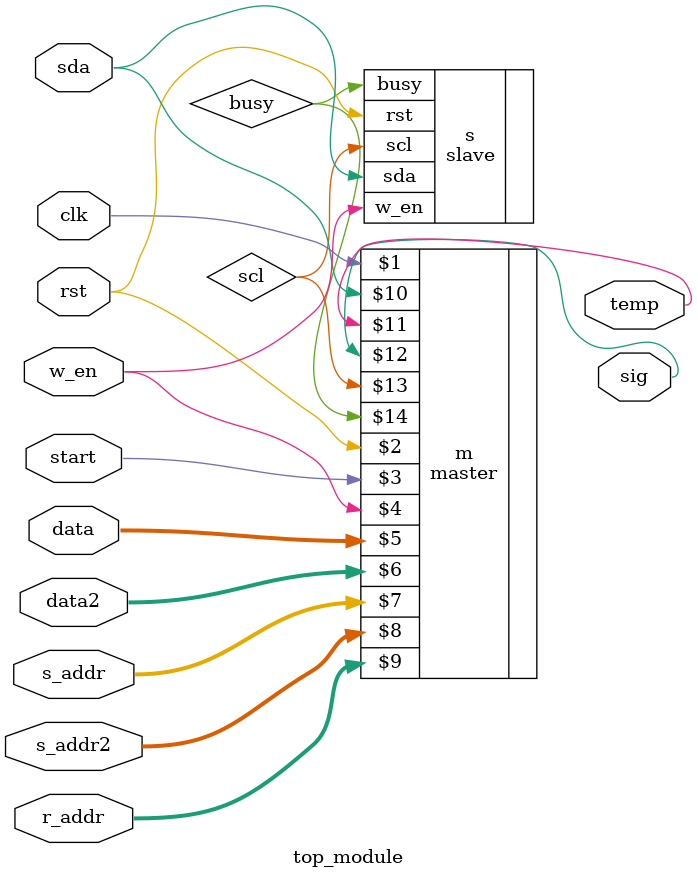
<source format=v>
`include "master.v"
`include "slave.v"

module top_module(
  input clk,
  input rst,
  input start,
  input w_en,
  input [7:0]data,data2,s_addr,s_addr2,r_addr,
  inout  sda,
  output temp,
  output sig);
  
  wire scl;
  
  master m(clk,rst,start,w_en,data,data2,s_addr,s_addr2,r_addr,sda,temp,sig,scl,busy);
  slave  s(.scl(scl),.rst(rst),.w_en(w_en),.sda(sda),.busy(busy));
  
endmodule
  
  

</source>
